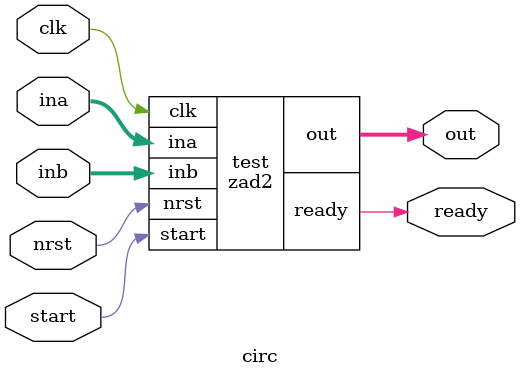
<source format=sv>
module ctlpath(
  input clk, nrst, start,
  input eq,
  output logic ready,
  output logic s
);
  const logic READY = 1'b0;
  const logic BUSY  = 1'b1;

  always_ff @(posedge clk or negedge nrst) begin 
    if(!nrst) begin
      ready <= 1'b1;
      s <= READY;
    end else case (s)
      READY: if(start) begin
            s <= BUSY;
            ready <= 1'b0;
          end
      BUSY: if(eq) begin
            ready <= 1'b1;
            s <= READY;
          end
    endcase
  end
endmodule

module datapath(
  input clk, nrst,
  input logic [7:0] ina, inb,
  input logic s,
  output logic [7:0] a, b,
  output logic [7:0] out
);
  const logic READY = 1'b0;
  const logic BUSY  = 1'b1;

  always_ff @(posedge clk or negedge nrst) begin 
    if(!nrst) begin
      a <= 8'b0;
      b <= 8'b0;
    end else case (s)
      READY: begin
            a <= ina;
            b <= inb;
          end 
      BUSY: if (a == b)
        		out <= a;
      		else if (a >= b)
        		a <= a - b;
      		else begin
              a <= b;
              b <= a;
            end
    endcase
  end 
endmodule

module zad2(
  input clk, nrst, start,
  input [7:0] ina, inb,
  output logic ready,
  output logic [7:0] out
);
  logic [7:0] a, b;
  logic s;
  
  ctlpath ctl(clk, nrst, start, a == b, ready, s);
  datapath data (clk, nrst, ina, inb, s, a, b, out);
endmodule

module circ(
  input clk, nrst, start,
  input [7:0] ina, inb,
  output logic ready,
  output logic [7:0] out
);
  zad2 test(clk, nrst, start, ina, inb, ready, out);
endmodule

</source>
